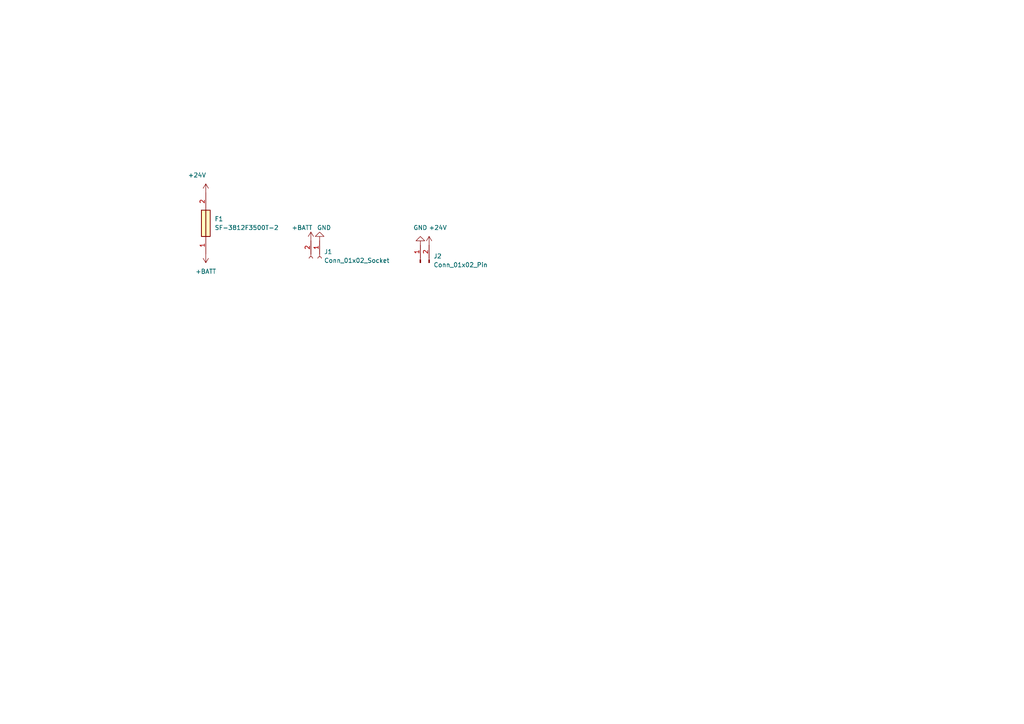
<source format=kicad_sch>
(kicad_sch (version 20230121) (generator eeschema)

  (uuid 5afad5dd-18b4-49de-9ee5-5d12bf83b3da)

  (paper "A4")

  (lib_symbols
    (symbol "Connector:Conn_01x02_Pin" (pin_names (offset 1.016) hide) (in_bom yes) (on_board yes)
      (property "Reference" "J" (at 0 2.54 0)
        (effects (font (size 1.27 1.27)))
      )
      (property "Value" "Conn_01x02_Pin" (at 0 -5.08 0)
        (effects (font (size 1.27 1.27)))
      )
      (property "Footprint" "" (at 0 0 0)
        (effects (font (size 1.27 1.27)) hide)
      )
      (property "Datasheet" "~" (at 0 0 0)
        (effects (font (size 1.27 1.27)) hide)
      )
      (property "ki_locked" "" (at 0 0 0)
        (effects (font (size 1.27 1.27)))
      )
      (property "ki_keywords" "connector" (at 0 0 0)
        (effects (font (size 1.27 1.27)) hide)
      )
      (property "ki_description" "Generic connector, single row, 01x02, script generated" (at 0 0 0)
        (effects (font (size 1.27 1.27)) hide)
      )
      (property "ki_fp_filters" "Connector*:*_1x??_*" (at 0 0 0)
        (effects (font (size 1.27 1.27)) hide)
      )
      (symbol "Conn_01x02_Pin_1_1"
        (polyline
          (pts
            (xy 1.27 -2.54)
            (xy 0.8636 -2.54)
          )
          (stroke (width 0.1524) (type default))
          (fill (type none))
        )
        (polyline
          (pts
            (xy 1.27 0)
            (xy 0.8636 0)
          )
          (stroke (width 0.1524) (type default))
          (fill (type none))
        )
        (rectangle (start 0.8636 -2.413) (end 0 -2.667)
          (stroke (width 0.1524) (type default))
          (fill (type outline))
        )
        (rectangle (start 0.8636 0.127) (end 0 -0.127)
          (stroke (width 0.1524) (type default))
          (fill (type outline))
        )
        (pin passive line (at 5.08 0 180) (length 3.81)
          (name "Pin_1" (effects (font (size 1.27 1.27))))
          (number "1" (effects (font (size 1.27 1.27))))
        )
        (pin passive line (at 5.08 -2.54 180) (length 3.81)
          (name "Pin_2" (effects (font (size 1.27 1.27))))
          (number "2" (effects (font (size 1.27 1.27))))
        )
      )
    )
    (symbol "Connector:Conn_01x02_Socket" (pin_names (offset 1.016) hide) (in_bom yes) (on_board yes)
      (property "Reference" "J" (at 0 2.54 0)
        (effects (font (size 1.27 1.27)))
      )
      (property "Value" "Conn_01x02_Socket" (at 0 -5.08 0)
        (effects (font (size 1.27 1.27)))
      )
      (property "Footprint" "" (at 0 0 0)
        (effects (font (size 1.27 1.27)) hide)
      )
      (property "Datasheet" "~" (at 0 0 0)
        (effects (font (size 1.27 1.27)) hide)
      )
      (property "ki_locked" "" (at 0 0 0)
        (effects (font (size 1.27 1.27)))
      )
      (property "ki_keywords" "connector" (at 0 0 0)
        (effects (font (size 1.27 1.27)) hide)
      )
      (property "ki_description" "Generic connector, single row, 01x02, script generated" (at 0 0 0)
        (effects (font (size 1.27 1.27)) hide)
      )
      (property "ki_fp_filters" "Connector*:*_1x??_*" (at 0 0 0)
        (effects (font (size 1.27 1.27)) hide)
      )
      (symbol "Conn_01x02_Socket_1_1"
        (arc (start 0 -2.032) (mid -0.5058 -2.54) (end 0 -3.048)
          (stroke (width 0.1524) (type default))
          (fill (type none))
        )
        (polyline
          (pts
            (xy -1.27 -2.54)
            (xy -0.508 -2.54)
          )
          (stroke (width 0.1524) (type default))
          (fill (type none))
        )
        (polyline
          (pts
            (xy -1.27 0)
            (xy -0.508 0)
          )
          (stroke (width 0.1524) (type default))
          (fill (type none))
        )
        (arc (start 0 0.508) (mid -0.5058 0) (end 0 -0.508)
          (stroke (width 0.1524) (type default))
          (fill (type none))
        )
        (pin passive line (at -5.08 0 0) (length 3.81)
          (name "Pin_1" (effects (font (size 1.27 1.27))))
          (number "1" (effects (font (size 1.27 1.27))))
        )
        (pin passive line (at -5.08 -2.54 0) (length 3.81)
          (name "Pin_2" (effects (font (size 1.27 1.27))))
          (number "2" (effects (font (size 1.27 1.27))))
        )
      )
    )
    (symbol "SF-3812F3500T-2:SF-3812F3500T-2" (pin_names hide) (in_bom yes) (on_board yes)
      (property "Reference" "F" (at 13.97 6.35 0)
        (effects (font (size 1.27 1.27)) (justify left top))
      )
      (property "Value" "SF-3812F3500T-2" (at 13.97 3.81 0)
        (effects (font (size 1.27 1.27)) (justify left top))
      )
      (property "Footprint" "FUSC10131X330N" (at 13.97 -96.19 0)
        (effects (font (size 1.27 1.27)) (justify left top) hide)
      )
      (property "Datasheet" "https://www.bourns.com/docs/product-datasheets/SF-3812F-T.pdf" (at 13.97 -196.19 0)
        (effects (font (size 1.27 1.27)) (justify left top) hide)
      )
      (property "Height" "3.3" (at 13.97 -396.19 0)
        (effects (font (size 1.27 1.27)) (justify left top) hide)
      )
      (property "Farnell Part Number" "" (at 13.97 -496.19 0)
        (effects (font (size 1.27 1.27)) (justify left top) hide)
      )
      (property "Farnell Price/Stock" "" (at 13.97 -596.19 0)
        (effects (font (size 1.27 1.27)) (justify left top) hide)
      )
      (property "Manufacturer_Name" "Bourns" (at 13.97 -696.19 0)
        (effects (font (size 1.27 1.27)) (justify left top) hide)
      )
      (property "Manufacturer_Part_Number" "SF-3812F3500T-2" (at 13.97 -796.19 0)
        (effects (font (size 1.27 1.27)) (justify left top) hide)
      )
      (property "ki_description" "Surface Mount Fuses 250VAC 35A" (at 0 0 0)
        (effects (font (size 1.27 1.27)) hide)
      )
      (symbol "SF-3812F3500T-2_1_1"
        (polyline
          (pts
            (xy 5.08 0)
            (xy 12.7 0)
          )
          (stroke (width 0.254) (type default))
          (fill (type none))
        )
        (rectangle (start 5.08 1.27) (end 12.7 -1.27)
          (stroke (width 0.254) (type default))
          (fill (type background))
        )
        (pin passive line (at 0 0 0) (length 5.08)
          (name "1" (effects (font (size 1.27 1.27))))
          (number "1" (effects (font (size 1.27 1.27))))
        )
        (pin passive line (at 17.78 0 180) (length 5.08)
          (name "2" (effects (font (size 1.27 1.27))))
          (number "2" (effects (font (size 1.27 1.27))))
        )
      )
    )
    (symbol "power:+24V" (power) (pin_names (offset 0)) (in_bom yes) (on_board yes)
      (property "Reference" "#PWR" (at 0 -3.81 0)
        (effects (font (size 1.27 1.27)) hide)
      )
      (property "Value" "+24V" (at 0 3.556 0)
        (effects (font (size 1.27 1.27)))
      )
      (property "Footprint" "" (at 0 0 0)
        (effects (font (size 1.27 1.27)) hide)
      )
      (property "Datasheet" "" (at 0 0 0)
        (effects (font (size 1.27 1.27)) hide)
      )
      (property "ki_keywords" "global power" (at 0 0 0)
        (effects (font (size 1.27 1.27)) hide)
      )
      (property "ki_description" "Power symbol creates a global label with name \"+24V\"" (at 0 0 0)
        (effects (font (size 1.27 1.27)) hide)
      )
      (symbol "+24V_0_1"
        (polyline
          (pts
            (xy -0.762 1.27)
            (xy 0 2.54)
          )
          (stroke (width 0) (type default))
          (fill (type none))
        )
        (polyline
          (pts
            (xy 0 0)
            (xy 0 2.54)
          )
          (stroke (width 0) (type default))
          (fill (type none))
        )
        (polyline
          (pts
            (xy 0 2.54)
            (xy 0.762 1.27)
          )
          (stroke (width 0) (type default))
          (fill (type none))
        )
      )
      (symbol "+24V_1_1"
        (pin power_in line (at 0 0 90) (length 0) hide
          (name "+24V" (effects (font (size 1.27 1.27))))
          (number "1" (effects (font (size 1.27 1.27))))
        )
      )
    )
    (symbol "power:+BATT" (power) (pin_names (offset 0)) (in_bom yes) (on_board yes)
      (property "Reference" "#PWR" (at 0 -3.81 0)
        (effects (font (size 1.27 1.27)) hide)
      )
      (property "Value" "+BATT" (at 0 3.556 0)
        (effects (font (size 1.27 1.27)))
      )
      (property "Footprint" "" (at 0 0 0)
        (effects (font (size 1.27 1.27)) hide)
      )
      (property "Datasheet" "" (at 0 0 0)
        (effects (font (size 1.27 1.27)) hide)
      )
      (property "ki_keywords" "global power battery" (at 0 0 0)
        (effects (font (size 1.27 1.27)) hide)
      )
      (property "ki_description" "Power symbol creates a global label with name \"+BATT\"" (at 0 0 0)
        (effects (font (size 1.27 1.27)) hide)
      )
      (symbol "+BATT_0_1"
        (polyline
          (pts
            (xy -0.762 1.27)
            (xy 0 2.54)
          )
          (stroke (width 0) (type default))
          (fill (type none))
        )
        (polyline
          (pts
            (xy 0 0)
            (xy 0 2.54)
          )
          (stroke (width 0) (type default))
          (fill (type none))
        )
        (polyline
          (pts
            (xy 0 2.54)
            (xy 0.762 1.27)
          )
          (stroke (width 0) (type default))
          (fill (type none))
        )
      )
      (symbol "+BATT_1_1"
        (pin power_in line (at 0 0 90) (length 0) hide
          (name "+BATT" (effects (font (size 1.27 1.27))))
          (number "1" (effects (font (size 1.27 1.27))))
        )
      )
    )
    (symbol "power:GND" (power) (pin_names (offset 0)) (in_bom yes) (on_board yes)
      (property "Reference" "#PWR" (at 0 -6.35 0)
        (effects (font (size 1.27 1.27)) hide)
      )
      (property "Value" "GND" (at 0 -3.81 0)
        (effects (font (size 1.27 1.27)))
      )
      (property "Footprint" "" (at 0 0 0)
        (effects (font (size 1.27 1.27)) hide)
      )
      (property "Datasheet" "" (at 0 0 0)
        (effects (font (size 1.27 1.27)) hide)
      )
      (property "ki_keywords" "global power" (at 0 0 0)
        (effects (font (size 1.27 1.27)) hide)
      )
      (property "ki_description" "Power symbol creates a global label with name \"GND\" , ground" (at 0 0 0)
        (effects (font (size 1.27 1.27)) hide)
      )
      (symbol "GND_0_1"
        (polyline
          (pts
            (xy 0 0)
            (xy 0 -1.27)
            (xy 1.27 -1.27)
            (xy 0 -2.54)
            (xy -1.27 -1.27)
            (xy 0 -1.27)
          )
          (stroke (width 0) (type default))
          (fill (type none))
        )
      )
      (symbol "GND_1_1"
        (pin power_in line (at 0 0 270) (length 0) hide
          (name "GND" (effects (font (size 1.27 1.27))))
          (number "1" (effects (font (size 1.27 1.27))))
        )
      )
    )
  )


  (symbol (lib_id "Connector:Conn_01x02_Pin") (at 121.92 76.2 90) (unit 1)
    (in_bom yes) (on_board yes) (dnp no) (fields_autoplaced)
    (uuid 03ee663b-4552-41d8-8058-986d1cc48a16)
    (property "Reference" "J2" (at 125.73 74.295 90)
      (effects (font (size 1.27 1.27)) (justify right))
    )
    (property "Value" "Conn_01x02_Pin" (at 125.73 76.835 90)
      (effects (font (size 1.27 1.27)) (justify right))
    )
    (property "Footprint" "xt30:AMASS_XT30UPB-F_1x02_P5.0mm_Vertical" (at 121.92 76.2 0)
      (effects (font (size 1.27 1.27)) hide)
    )
    (property "Datasheet" "~" (at 121.92 76.2 0)
      (effects (font (size 1.27 1.27)) hide)
    )
    (pin "1" (uuid 61485f5b-cd27-4036-929a-e5e7a7f43ec9))
    (pin "2" (uuid 9548ba68-9db7-491f-9e0a-5e998ac3544b))
    (instances
      (project "AKKU"
        (path "/5afad5dd-18b4-49de-9ee5-5d12bf83b3da"
          (reference "J2") (unit 1)
        )
      )
    )
  )

  (symbol (lib_id "power:+24V") (at 124.46 71.12 0) (unit 1)
    (in_bom yes) (on_board yes) (dnp no)
    (uuid 1eff146b-0f4e-4c18-9acf-7b429e97adf9)
    (property "Reference" "#PWR05" (at 124.46 74.93 0)
      (effects (font (size 1.27 1.27)) hide)
    )
    (property "Value" "+24V" (at 127 66.04 0)
      (effects (font (size 1.27 1.27)))
    )
    (property "Footprint" "" (at 124.46 71.12 0)
      (effects (font (size 1.27 1.27)) hide)
    )
    (property "Datasheet" "" (at 124.46 71.12 0)
      (effects (font (size 1.27 1.27)) hide)
    )
    (pin "1" (uuid cd860ab7-6c02-4424-9f44-cdb476361c2a))
    (instances
      (project "AKKU"
        (path "/5afad5dd-18b4-49de-9ee5-5d12bf83b3da"
          (reference "#PWR05") (unit 1)
        )
      )
    )
  )

  (symbol (lib_id "Connector:Conn_01x02_Socket") (at 92.71 74.93 270) (unit 1)
    (in_bom yes) (on_board yes) (dnp no) (fields_autoplaced)
    (uuid 5ce05e18-edfc-4fa6-b76f-b31d2baf75f7)
    (property "Reference" "J1" (at 93.98 73.025 90)
      (effects (font (size 1.27 1.27)) (justify left))
    )
    (property "Value" "Conn_01x02_Socket" (at 93.98 75.565 90)
      (effects (font (size 1.27 1.27)) (justify left))
    )
    (property "Footprint" "xt30:AMASS_XT30PW-M_1x02_P2.50mm_Horizontal" (at 92.71 74.93 0)
      (effects (font (size 1.27 1.27)) hide)
    )
    (property "Datasheet" "~" (at 92.71 74.93 0)
      (effects (font (size 1.27 1.27)) hide)
    )
    (pin "1" (uuid 403cbd39-7bd2-4b28-98db-8a48d8e62e4d))
    (pin "2" (uuid a5595c7b-8e97-431a-88ee-43e11194273c))
    (instances
      (project "AKKU"
        (path "/5afad5dd-18b4-49de-9ee5-5d12bf83b3da"
          (reference "J1") (unit 1)
        )
      )
    )
  )

  (symbol (lib_id "power:+BATT") (at 90.17 69.85 0) (unit 1)
    (in_bom yes) (on_board yes) (dnp no)
    (uuid a3038dfb-ce77-4597-b1ff-87c525566f76)
    (property "Reference" "#PWR06" (at 90.17 73.66 0)
      (effects (font (size 1.27 1.27)) hide)
    )
    (property "Value" "+BATT" (at 87.63 66.04 0)
      (effects (font (size 1.27 1.27)))
    )
    (property "Footprint" "" (at 90.17 69.85 0)
      (effects (font (size 1.27 1.27)) hide)
    )
    (property "Datasheet" "" (at 90.17 69.85 0)
      (effects (font (size 1.27 1.27)) hide)
    )
    (pin "1" (uuid f7b393c5-5a58-430a-a28e-e9b653cacaff))
    (instances
      (project "AKKU"
        (path "/5afad5dd-18b4-49de-9ee5-5d12bf83b3da"
          (reference "#PWR06") (unit 1)
        )
      )
    )
  )

  (symbol (lib_id "power:GND") (at 92.71 69.85 180) (unit 1)
    (in_bom yes) (on_board yes) (dnp no)
    (uuid b88e2d62-f407-4960-ba8f-a0738b8e32ed)
    (property "Reference" "#PWR02" (at 92.71 63.5 0)
      (effects (font (size 1.27 1.27)) hide)
    )
    (property "Value" "GND" (at 93.98 66.04 0)
      (effects (font (size 1.27 1.27)))
    )
    (property "Footprint" "" (at 92.71 69.85 0)
      (effects (font (size 1.27 1.27)) hide)
    )
    (property "Datasheet" "" (at 92.71 69.85 0)
      (effects (font (size 1.27 1.27)) hide)
    )
    (pin "1" (uuid 680d087a-8bdc-4ac2-b01a-03c45d749d07))
    (instances
      (project "AKKU"
        (path "/5afad5dd-18b4-49de-9ee5-5d12bf83b3da"
          (reference "#PWR02") (unit 1)
        )
      )
    )
  )

  (symbol (lib_id "SF-3812F3500T-2:SF-3812F3500T-2") (at 59.69 73.66 90) (unit 1)
    (in_bom yes) (on_board yes) (dnp no) (fields_autoplaced)
    (uuid c171aa5d-a70e-4802-ace0-182e75bbea33)
    (property "Reference" "F1" (at 62.23 63.5 90)
      (effects (font (size 1.27 1.27)) (justify right))
    )
    (property "Value" "SF-3812F3500T-2" (at 62.23 66.04 90)
      (effects (font (size 1.27 1.27)) (justify right))
    )
    (property "Footprint" "smd sicherung:FUSC10131X330N" (at 155.88 59.69 0)
      (effects (font (size 1.27 1.27)) (justify left top) hide)
    )
    (property "Datasheet" "https://www.bourns.com/docs/product-datasheets/SF-3812F-T.pdf" (at 255.88 59.69 0)
      (effects (font (size 1.27 1.27)) (justify left top) hide)
    )
    (property "Height" "3.3" (at 455.88 59.69 0)
      (effects (font (size 1.27 1.27)) (justify left top) hide)
    )
    (property "Farnell Part Number" "" (at 555.88 59.69 0)
      (effects (font (size 1.27 1.27)) (justify left top) hide)
    )
    (property "Farnell Price/Stock" "" (at 655.88 59.69 0)
      (effects (font (size 1.27 1.27)) (justify left top) hide)
    )
    (property "Manufacturer_Name" "Bourns" (at 755.88 59.69 0)
      (effects (font (size 1.27 1.27)) (justify left top) hide)
    )
    (property "Manufacturer_Part_Number" "SF-3812F3500T-2" (at 855.88 59.69 0)
      (effects (font (size 1.27 1.27)) (justify left top) hide)
    )
    (pin "1" (uuid 2cc9fe9e-ae43-4aee-9fbd-3f8d6cdceba8))
    (pin "2" (uuid e8ac2cb7-1233-4227-8fe1-91750465a986))
    (instances
      (project "AKKU"
        (path "/5afad5dd-18b4-49de-9ee5-5d12bf83b3da"
          (reference "F1") (unit 1)
        )
      )
    )
  )

  (symbol (lib_id "power:+BATT") (at 59.69 73.66 180) (unit 1)
    (in_bom yes) (on_board yes) (dnp no) (fields_autoplaced)
    (uuid d9379555-be32-4385-b74e-8fe73b9bdeea)
    (property "Reference" "#PWR04" (at 59.69 69.85 0)
      (effects (font (size 1.27 1.27)) hide)
    )
    (property "Value" "+BATT" (at 59.69 78.74 0)
      (effects (font (size 1.27 1.27)))
    )
    (property "Footprint" "" (at 59.69 73.66 0)
      (effects (font (size 1.27 1.27)) hide)
    )
    (property "Datasheet" "" (at 59.69 73.66 0)
      (effects (font (size 1.27 1.27)) hide)
    )
    (pin "1" (uuid 7e4e854e-e02f-4220-b253-689cf3c0b039))
    (instances
      (project "AKKU"
        (path "/5afad5dd-18b4-49de-9ee5-5d12bf83b3da"
          (reference "#PWR04") (unit 1)
        )
      )
    )
  )

  (symbol (lib_id "power:GND") (at 121.92 71.12 180) (unit 1)
    (in_bom yes) (on_board yes) (dnp no) (fields_autoplaced)
    (uuid e91c598e-2d67-4f24-9ac0-aad42a541b49)
    (property "Reference" "#PWR03" (at 121.92 64.77 0)
      (effects (font (size 1.27 1.27)) hide)
    )
    (property "Value" "GND" (at 121.92 66.04 0)
      (effects (font (size 1.27 1.27)))
    )
    (property "Footprint" "" (at 121.92 71.12 0)
      (effects (font (size 1.27 1.27)) hide)
    )
    (property "Datasheet" "" (at 121.92 71.12 0)
      (effects (font (size 1.27 1.27)) hide)
    )
    (pin "1" (uuid 72af3ca1-4ee0-4dc5-868a-cc54b577acdc))
    (instances
      (project "AKKU"
        (path "/5afad5dd-18b4-49de-9ee5-5d12bf83b3da"
          (reference "#PWR03") (unit 1)
        )
      )
    )
  )

  (symbol (lib_id "power:+24V") (at 59.69 55.88 0) (unit 1)
    (in_bom yes) (on_board yes) (dnp no)
    (uuid f92fcd6f-7245-48fb-b297-cd103d973d32)
    (property "Reference" "#PWR01" (at 59.69 59.69 0)
      (effects (font (size 1.27 1.27)) hide)
    )
    (property "Value" "+24V" (at 57.15 50.8 0)
      (effects (font (size 1.27 1.27)))
    )
    (property "Footprint" "" (at 59.69 55.88 0)
      (effects (font (size 1.27 1.27)) hide)
    )
    (property "Datasheet" "" (at 59.69 55.88 0)
      (effects (font (size 1.27 1.27)) hide)
    )
    (pin "1" (uuid 8816a51f-c636-4697-8114-09d15920e2ec))
    (instances
      (project "AKKU"
        (path "/5afad5dd-18b4-49de-9ee5-5d12bf83b3da"
          (reference "#PWR01") (unit 1)
        )
      )
    )
  )

  (sheet_instances
    (path "/" (page "1"))
  )
)

</source>
